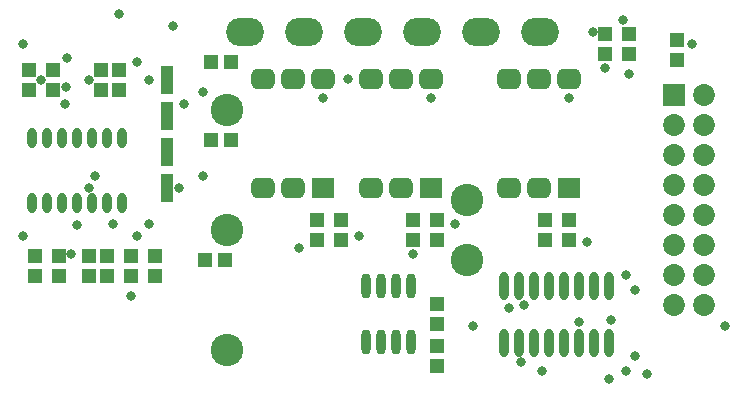
<source format=gbs>
%FSAX24Y24*%
%MOIN*%
G70*
G01*
G75*
G04 Layer_Color=16711935*
%ADD10R,0.0433X0.0394*%
%ADD11R,0.0787X0.0630*%
%ADD12R,0.0787X0.0787*%
%ADD13C,0.0200*%
%ADD14C,0.0080*%
%ADD15C,0.0100*%
%ADD16O,0.1181X0.0866*%
%ADD17C,0.0650*%
%ADD18R,0.0650X0.0650*%
%ADD19C,0.1000*%
%ADD20C,0.0250*%
%ADD21R,0.0394X0.0433*%
%ADD22R,0.0335X0.0866*%
%ADD23R,0.0700X0.0600*%
G04:AMPARAMS|DCode=24|XSize=60mil|YSize=70mil|CornerRadius=15mil|HoleSize=0mil|Usage=FLASHONLY|Rotation=90.000|XOffset=0mil|YOffset=0mil|HoleType=Round|Shape=RoundedRectangle|*
%AMROUNDEDRECTD24*
21,1,0.0600,0.0400,0,0,90.0*
21,1,0.0300,0.0700,0,0,90.0*
1,1,0.0300,0.0200,0.0150*
1,1,0.0300,0.0200,-0.0150*
1,1,0.0300,-0.0200,-0.0150*
1,1,0.0300,-0.0200,0.0150*
%
%ADD24ROUNDEDRECTD24*%
%ADD25O,0.0236X0.0866*%
%ADD26O,0.0236X0.0748*%
%ADD27O,0.0236X0.0591*%
%ADD28C,0.0098*%
%ADD29C,0.0079*%
%ADD30C,0.0059*%
%ADD31R,0.0748X0.1614*%
%ADD32C,0.0236*%
%ADD33R,0.3400X0.0800*%
%ADD34R,0.0513X0.0474*%
%ADD35R,0.0867X0.0710*%
%ADD36R,0.0867X0.0867*%
%ADD37O,0.1261X0.0946*%
%ADD38C,0.0730*%
%ADD39R,0.0730X0.0730*%
%ADD40C,0.1080*%
%ADD41C,0.0330*%
%ADD42R,0.0474X0.0513*%
%ADD43R,0.0415X0.0946*%
%ADD44R,0.0780X0.0680*%
G04:AMPARAMS|DCode=45|XSize=68mil|YSize=78mil|CornerRadius=19mil|HoleSize=0mil|Usage=FLASHONLY|Rotation=90.000|XOffset=0mil|YOffset=0mil|HoleType=Round|Shape=RoundedRectangle|*
%AMROUNDEDRECTD45*
21,1,0.0680,0.0400,0,0,90.0*
21,1,0.0300,0.0780,0,0,90.0*
1,1,0.0380,0.0200,0.0150*
1,1,0.0380,0.0200,-0.0150*
1,1,0.0380,-0.0200,-0.0150*
1,1,0.0380,-0.0200,0.0150*
%
%ADD45ROUNDEDRECTD45*%
%ADD46O,0.0316X0.0946*%
%ADD47O,0.0316X0.0828*%
%ADD48O,0.0316X0.0671*%
D34*
X016665Y014400D02*
D03*
X017335D02*
D03*
X017535Y018400D02*
D03*
X016865D02*
D03*
Y021000D02*
D03*
X017535D02*
D03*
D37*
X018000Y022000D02*
D03*
X019969D02*
D03*
X021937D02*
D03*
X023906D02*
D03*
X025874D02*
D03*
X027843D02*
D03*
D38*
X033300Y012900D02*
D03*
X032300D02*
D03*
X033300Y013900D02*
D03*
X032300D02*
D03*
X033300Y014900D02*
D03*
X032300D02*
D03*
X033300Y015900D02*
D03*
X032300D02*
D03*
X033300Y016900D02*
D03*
X032300D02*
D03*
X033300Y017900D02*
D03*
X032300D02*
D03*
X033300Y018900D02*
D03*
X032300D02*
D03*
X033300Y019900D02*
D03*
D39*
X032300D02*
D03*
D40*
X025400Y014400D02*
D03*
Y016400D02*
D03*
X017400Y011400D02*
D03*
Y015400D02*
D03*
Y019400D02*
D03*
D41*
X032900Y021600D02*
D03*
X030150Y010450D02*
D03*
X031400Y010600D02*
D03*
X015600Y022200D02*
D03*
X012009Y019609D02*
D03*
X015991D02*
D03*
X030800Y020600D02*
D03*
X030000Y020800D02*
D03*
X030600Y022400D02*
D03*
X029600Y022000D02*
D03*
X020600Y019800D02*
D03*
X024200D02*
D03*
X028800D02*
D03*
X012400Y015588D02*
D03*
X016600Y017200D02*
D03*
X013000D02*
D03*
X012063Y021137D02*
D03*
X012025Y020175D02*
D03*
X011200Y020400D02*
D03*
X012800D02*
D03*
X010600Y021600D02*
D03*
X014400Y021000D02*
D03*
X010600Y015200D02*
D03*
X014400D02*
D03*
X015800Y016800D02*
D03*
X012800D02*
D03*
X013600Y015600D02*
D03*
X014800D02*
D03*
X012200Y014600D02*
D03*
X016600Y020000D02*
D03*
X014800Y020400D02*
D03*
X021450Y020450D02*
D03*
X014200Y013200D02*
D03*
X013800Y022600D02*
D03*
X019800Y014800D02*
D03*
X025600Y012200D02*
D03*
X021800Y015200D02*
D03*
X025000Y015600D02*
D03*
X023600Y014600D02*
D03*
X029150Y012350D02*
D03*
X030200Y012400D02*
D03*
X034000Y012200D02*
D03*
X027200Y011000D02*
D03*
X031000Y011200D02*
D03*
Y013400D02*
D03*
X027900Y010700D02*
D03*
X030700D02*
D03*
Y013900D02*
D03*
X026800Y012800D02*
D03*
X027300Y012900D02*
D03*
X029400Y015000D02*
D03*
D42*
X032400Y021735D02*
D03*
Y021065D02*
D03*
X028000Y015065D02*
D03*
Y015735D02*
D03*
X012800Y013865D02*
D03*
Y014535D02*
D03*
X023600Y015735D02*
D03*
X020400Y015065D02*
D03*
Y015735D02*
D03*
X023600Y015065D02*
D03*
X024400Y012265D02*
D03*
Y012935D02*
D03*
Y011535D02*
D03*
Y010865D02*
D03*
X013800Y020065D02*
D03*
Y020735D02*
D03*
X011600Y020735D02*
D03*
Y020065D02*
D03*
X013200Y020735D02*
D03*
Y020065D02*
D03*
X011000Y014535D02*
D03*
Y013865D02*
D03*
X011800Y013865D02*
D03*
Y014535D02*
D03*
X013400Y014535D02*
D03*
Y013865D02*
D03*
X010800Y020735D02*
D03*
Y020065D02*
D03*
X014200Y013865D02*
D03*
Y014535D02*
D03*
X015000Y014535D02*
D03*
Y013865D02*
D03*
X021200Y015065D02*
D03*
Y015735D02*
D03*
X028800Y015065D02*
D03*
Y015735D02*
D03*
X024400Y015065D02*
D03*
Y015735D02*
D03*
X030000Y021265D02*
D03*
Y021935D02*
D03*
X030800Y021265D02*
D03*
Y021935D02*
D03*
D43*
X015400Y016809D02*
D03*
Y017991D02*
D03*
Y020391D02*
D03*
Y019209D02*
D03*
D44*
X024200Y016800D02*
D03*
X028800D02*
D03*
X020600D02*
D03*
D45*
X023200D02*
D03*
X022200D02*
D03*
X024200Y020450D02*
D03*
X023200D02*
D03*
X022200D02*
D03*
X026800D02*
D03*
X027800D02*
D03*
X028800D02*
D03*
X026800Y016800D02*
D03*
X027800D02*
D03*
X019600D02*
D03*
X018600D02*
D03*
X020600Y020450D02*
D03*
X019600D02*
D03*
X018600D02*
D03*
D46*
X026650Y013545D02*
D03*
X027150D02*
D03*
X027650D02*
D03*
X028150D02*
D03*
X028650D02*
D03*
X029150D02*
D03*
X029650D02*
D03*
X030150D02*
D03*
X026650Y011655D02*
D03*
X027150D02*
D03*
X027650D02*
D03*
X028150D02*
D03*
X028650D02*
D03*
X029150D02*
D03*
X029650D02*
D03*
X030150D02*
D03*
D47*
X022050Y013525D02*
D03*
X022550D02*
D03*
X023050D02*
D03*
X023550D02*
D03*
X022050Y011675D02*
D03*
X022550D02*
D03*
X023050D02*
D03*
X023550D02*
D03*
D48*
X013900Y016317D02*
D03*
X013400D02*
D03*
X012900D02*
D03*
X012400D02*
D03*
X011900D02*
D03*
X011400D02*
D03*
X010900D02*
D03*
X013900Y018483D02*
D03*
X013400D02*
D03*
X012900D02*
D03*
X012400D02*
D03*
X011900D02*
D03*
X011400D02*
D03*
X010900D02*
D03*
M02*

</source>
